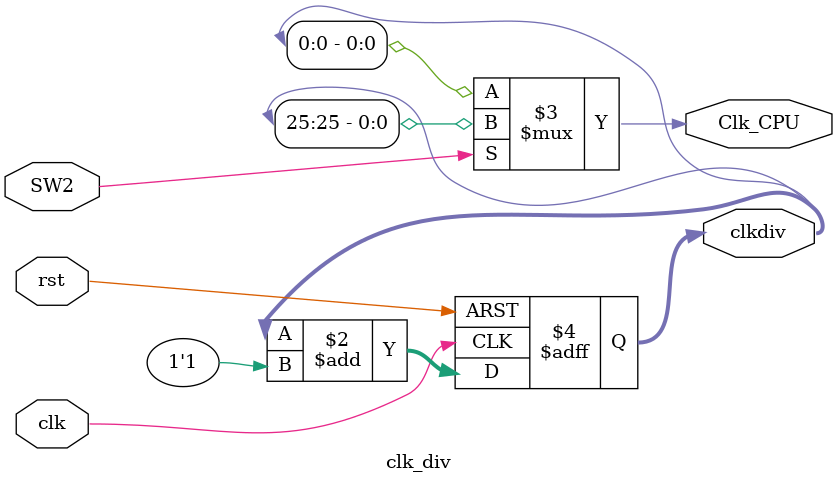
<source format=v>
`timescale 1ns / 1ps
module clk_div(input clk,
					input rst,
					input SW2,
					output reg[31:0]clkdiv,
					output Clk_CPU
					);
					
// Clock divider-Ê±ÖÓ·ÖÆµÆ÷


	always @ (posedge clk or posedge rst) begin 
		if (rst) clkdiv <= 0; else clkdiv <= clkdiv + 1'b1; end
		
	assign Clk_CPU=(SW2)? clkdiv[25] : clkdiv[0];
		
endmodule

</source>
